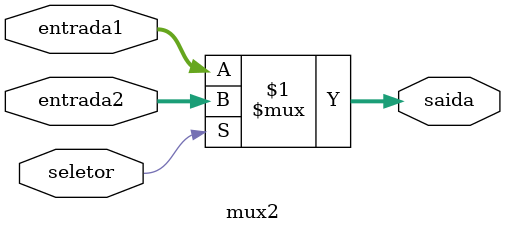
<source format=v>
module mux2 #(parameter WIDTH = 32)(
    input wire seletor,
    input wire [WIDTH-1:0] entrada1,
    input wire [WIDTH-1:0] entrada2,
    output wire [WIDTH-1:0] saida
);
    assign saida = (seletor) ? entrada2 : entrada1;

endmodule
</source>
